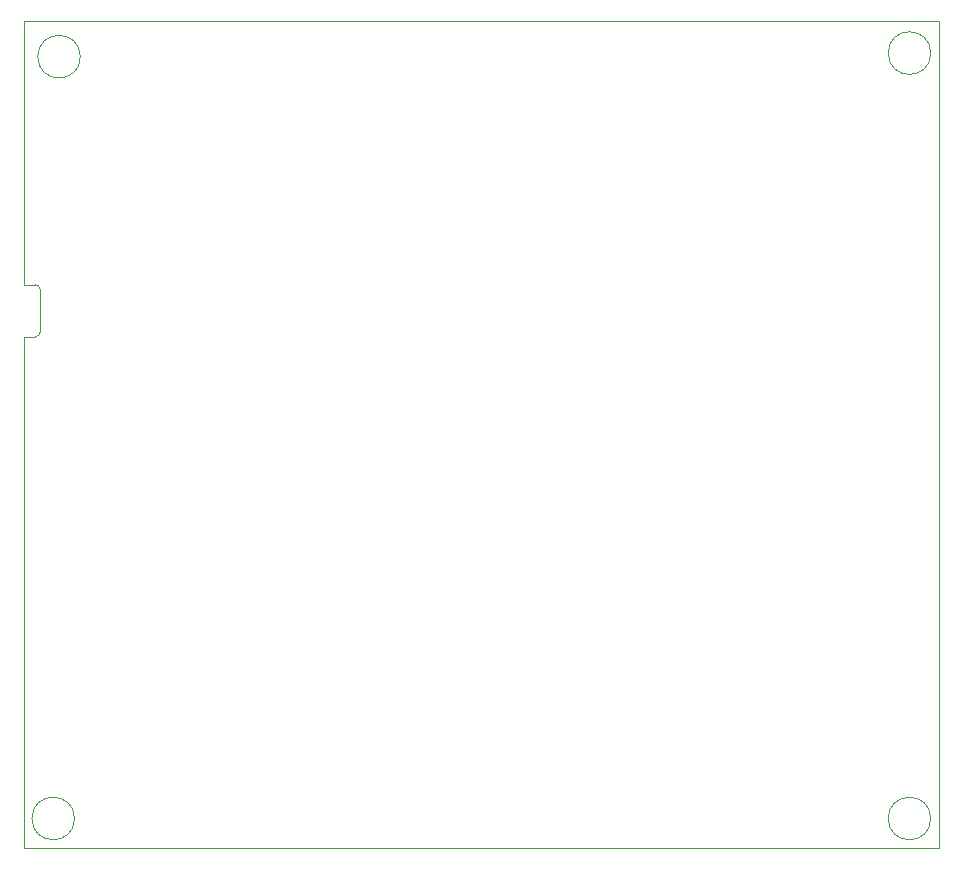
<source format=gbr>
%TF.GenerationSoftware,KiCad,Pcbnew,8.0.2*%
%TF.CreationDate,2024-06-05T21:35:29-04:00*%
%TF.ProjectId,pcb,7063622e-6b69-4636-9164-5f7063625858,rev?*%
%TF.SameCoordinates,Original*%
%TF.FileFunction,Profile,NP*%
%FSLAX46Y46*%
G04 Gerber Fmt 4.6, Leading zero omitted, Abs format (unit mm)*
G04 Created by KiCad (PCBNEW 8.0.2) date 2024-06-05 21:35:29*
%MOMM*%
%LPD*%
G01*
G04 APERTURE LIST*
%TA.AperFunction,Profile*%
%ADD10C,0.050000*%
%TD*%
%TA.AperFunction,Profile*%
%ADD11C,0.120000*%
%TD*%
G04 APERTURE END LIST*
D10*
X162500000Y-59000000D02*
X162500000Y-129000000D01*
X89802776Y-62000000D02*
G75*
G02*
X86197224Y-62000000I-1802776J0D01*
G01*
X86197224Y-62000000D02*
G75*
G02*
X89802776Y-62000000I1802776J0D01*
G01*
X161802776Y-126500000D02*
G75*
G02*
X158197224Y-126500000I-1802776J0D01*
G01*
X158197224Y-126500000D02*
G75*
G02*
X161802776Y-126500000I1802776J0D01*
G01*
X85000000Y-129000000D02*
X85000000Y-90000000D01*
X85000000Y-59000000D02*
X162500000Y-59000000D01*
X162500000Y-129000000D02*
X85000000Y-129000000D01*
X161802776Y-61697225D02*
G75*
G02*
X158197224Y-61697225I-1802776J0D01*
G01*
X158197224Y-61697225D02*
G75*
G02*
X161802776Y-61697225I1802776J0D01*
G01*
X85000000Y-77000000D02*
X85000000Y-59000000D01*
X89302776Y-126500000D02*
G75*
G02*
X85697224Y-126500000I-1802776J0D01*
G01*
X85697224Y-126500000D02*
G75*
G02*
X89302776Y-126500000I1802776J0D01*
G01*
D11*
%TO.C,J2*%
X85000000Y-81300000D02*
X85000000Y-77000000D01*
X85000000Y-85700000D02*
X85000000Y-90000000D01*
X86000000Y-81300000D02*
X85000000Y-81300000D01*
X86000000Y-85700000D02*
X85000000Y-85700000D01*
X86400000Y-85300000D02*
X86400000Y-81700000D01*
X86000000Y-81300000D02*
G75*
G02*
X86400000Y-81700000I-2J-400002D01*
G01*
X86400000Y-85300000D02*
G75*
G02*
X86000000Y-85700000I-400000J0D01*
G01*
%TD*%
M02*

</source>
